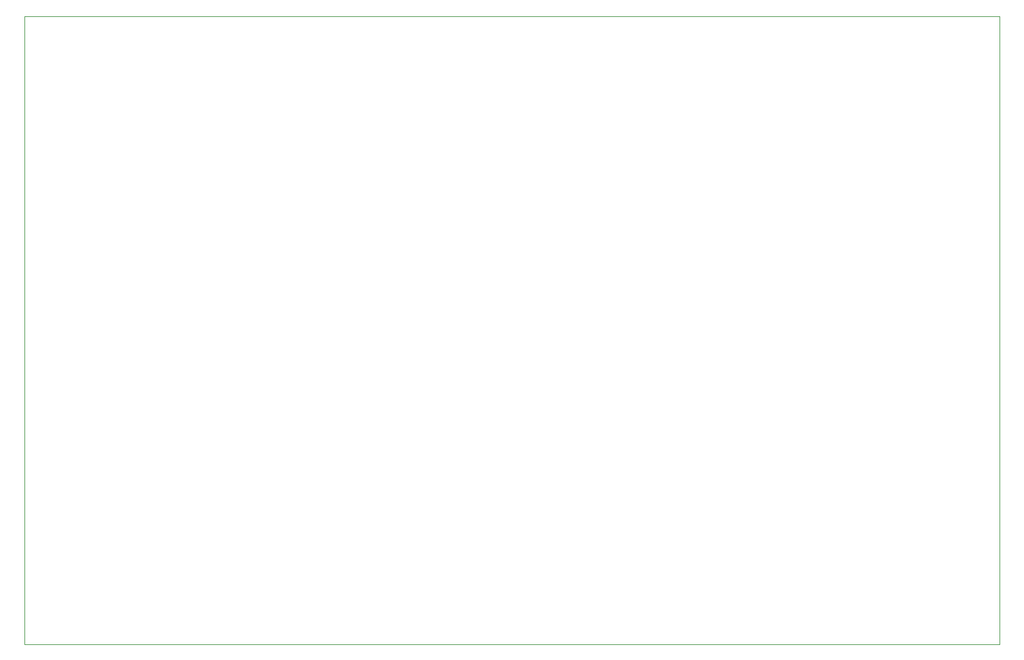
<source format=gm1>
G04 #@! TF.GenerationSoftware,KiCad,Pcbnew,(5.1.6)-1*
G04 #@! TF.CreationDate,2020-09-10T09:03:44+05:30*
G04 #@! TF.ProjectId,PCB board,50434220-626f-4617-9264-2e6b69636164,rev?*
G04 #@! TF.SameCoordinates,Original*
G04 #@! TF.FileFunction,Profile,NP*
%FSLAX46Y46*%
G04 Gerber Fmt 4.6, Leading zero omitted, Abs format (unit mm)*
G04 Created by KiCad (PCBNEW (5.1.6)-1) date 2020-09-10 09:03:44*
%MOMM*%
%LPD*%
G01*
G04 APERTURE LIST*
G04 #@! TA.AperFunction,Profile*
%ADD10C,0.050000*%
G04 #@! TD*
G04 APERTURE END LIST*
D10*
X87884000Y-132080000D02*
X87884000Y-47244000D01*
X219456000Y-132080000D02*
X87884000Y-132080000D01*
X219456000Y-47244000D02*
X219456000Y-132080000D01*
X87884000Y-47244000D02*
X219456000Y-47244000D01*
M02*

</source>
